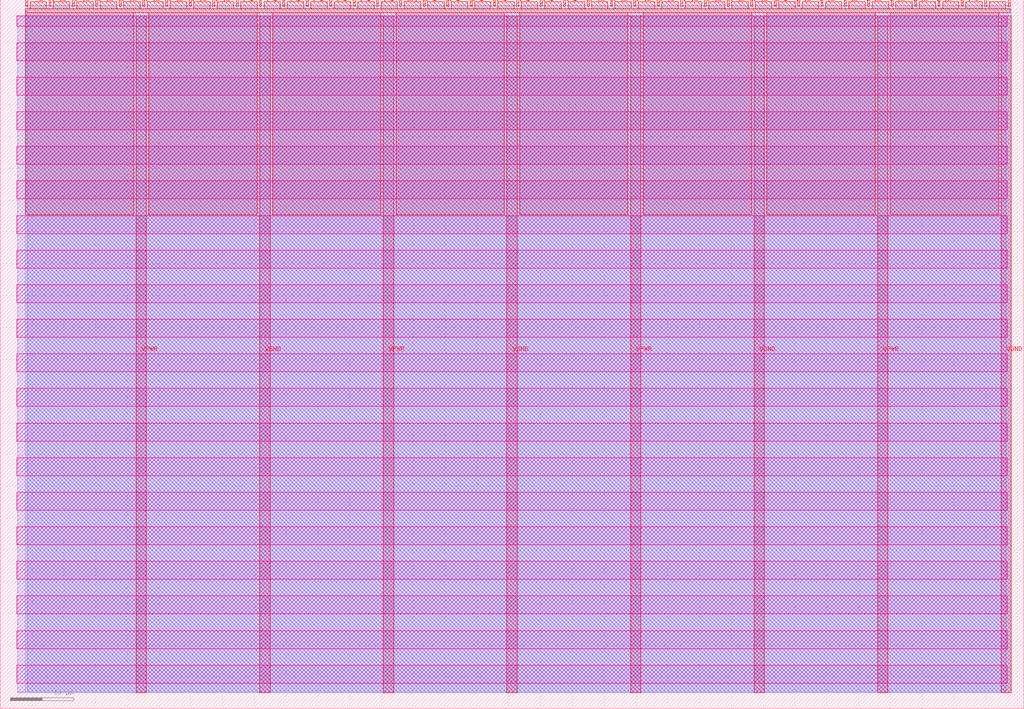
<source format=lef>
VERSION 5.7 ;
  NOWIREEXTENSIONATPIN ON ;
  DIVIDERCHAR "/" ;
  BUSBITCHARS "[]" ;
MACRO tt_um_The_Chairman_send_receive
  CLASS BLOCK ;
  FOREIGN tt_um_The_Chairman_send_receive ;
  ORIGIN 0.000 0.000 ;
  SIZE 161.000 BY 111.520 ;
  PIN VGND
    DIRECTION INOUT ;
    USE GROUND ;
    PORT
      LAYER met4 ;
        RECT 40.830 2.480 42.430 109.040 ;
    END
    PORT
      LAYER met4 ;
        RECT 79.700 2.480 81.300 109.040 ;
    END
    PORT
      LAYER met4 ;
        RECT 118.570 2.480 120.170 109.040 ;
    END
    PORT
      LAYER met4 ;
        RECT 157.440 2.480 159.040 109.040 ;
    END
  END VGND
  PIN VPWR
    DIRECTION INOUT ;
    USE POWER ;
    PORT
      LAYER met4 ;
        RECT 21.395 2.480 22.995 109.040 ;
    END
    PORT
      LAYER met4 ;
        RECT 60.265 2.480 61.865 109.040 ;
    END
    PORT
      LAYER met4 ;
        RECT 99.135 2.480 100.735 109.040 ;
    END
    PORT
      LAYER met4 ;
        RECT 138.005 2.480 139.605 109.040 ;
    END
  END VPWR
  PIN clk
    DIRECTION INPUT ;
    USE SIGNAL ;
    ANTENNAGATEAREA 0.852000 ;
    PORT
      LAYER met4 ;
        RECT 154.870 110.520 155.170 111.520 ;
    END
  END clk
  PIN ena
    DIRECTION INPUT ;
    USE SIGNAL ;
    ANTENNAGATEAREA 0.196500 ;
    PORT
      LAYER met4 ;
        RECT 158.550 110.520 158.850 111.520 ;
    END
  END ena
  PIN rst_n
    DIRECTION INPUT ;
    USE SIGNAL ;
    ANTENNAGATEAREA 0.196500 ;
    PORT
      LAYER met4 ;
        RECT 151.190 110.520 151.490 111.520 ;
    END
  END rst_n
  PIN ui_in[0]
    DIRECTION INPUT ;
    USE SIGNAL ;
    ANTENNAGATEAREA 0.196500 ;
    PORT
      LAYER met4 ;
        RECT 147.510 110.520 147.810 111.520 ;
    END
  END ui_in[0]
  PIN ui_in[1]
    DIRECTION INPUT ;
    USE SIGNAL ;
    ANTENNAGATEAREA 0.196500 ;
    PORT
      LAYER met4 ;
        RECT 143.830 110.520 144.130 111.520 ;
    END
  END ui_in[1]
  PIN ui_in[2]
    DIRECTION INPUT ;
    USE SIGNAL ;
    ANTENNAGATEAREA 0.196500 ;
    PORT
      LAYER met4 ;
        RECT 140.150 110.520 140.450 111.520 ;
    END
  END ui_in[2]
  PIN ui_in[3]
    DIRECTION INPUT ;
    USE SIGNAL ;
    ANTENNAGATEAREA 0.196500 ;
    PORT
      LAYER met4 ;
        RECT 136.470 110.520 136.770 111.520 ;
    END
  END ui_in[3]
  PIN ui_in[4]
    DIRECTION INPUT ;
    USE SIGNAL ;
    ANTENNAGATEAREA 0.196500 ;
    PORT
      LAYER met4 ;
        RECT 132.790 110.520 133.090 111.520 ;
    END
  END ui_in[4]
  PIN ui_in[5]
    DIRECTION INPUT ;
    USE SIGNAL ;
    ANTENNAGATEAREA 0.196500 ;
    PORT
      LAYER met4 ;
        RECT 129.110 110.520 129.410 111.520 ;
    END
  END ui_in[5]
  PIN ui_in[6]
    DIRECTION INPUT ;
    USE SIGNAL ;
    ANTENNAGATEAREA 0.196500 ;
    PORT
      LAYER met4 ;
        RECT 125.430 110.520 125.730 111.520 ;
    END
  END ui_in[6]
  PIN ui_in[7]
    DIRECTION INPUT ;
    USE SIGNAL ;
    ANTENNAGATEAREA 0.196500 ;
    PORT
      LAYER met4 ;
        RECT 121.750 110.520 122.050 111.520 ;
    END
  END ui_in[7]
  PIN uio_in[0]
    DIRECTION INPUT ;
    USE SIGNAL ;
    ANTENNAGATEAREA 0.196500 ;
    PORT
      LAYER met4 ;
        RECT 118.070 110.520 118.370 111.520 ;
    END
  END uio_in[0]
  PIN uio_in[1]
    DIRECTION INPUT ;
    USE SIGNAL ;
    ANTENNAGATEAREA 0.196500 ;
    PORT
      LAYER met4 ;
        RECT 114.390 110.520 114.690 111.520 ;
    END
  END uio_in[1]
  PIN uio_in[2]
    DIRECTION INPUT ;
    USE SIGNAL ;
    ANTENNAGATEAREA 0.196500 ;
    PORT
      LAYER met4 ;
        RECT 110.710 110.520 111.010 111.520 ;
    END
  END uio_in[2]
  PIN uio_in[3]
    DIRECTION INPUT ;
    USE SIGNAL ;
    ANTENNAGATEAREA 0.196500 ;
    PORT
      LAYER met4 ;
        RECT 107.030 110.520 107.330 111.520 ;
    END
  END uio_in[3]
  PIN uio_in[4]
    DIRECTION INPUT ;
    USE SIGNAL ;
    ANTENNAGATEAREA 0.196500 ;
    PORT
      LAYER met4 ;
        RECT 103.350 110.520 103.650 111.520 ;
    END
  END uio_in[4]
  PIN uio_in[5]
    DIRECTION INPUT ;
    USE SIGNAL ;
    ANTENNAGATEAREA 0.196500 ;
    PORT
      LAYER met4 ;
        RECT 99.670 110.520 99.970 111.520 ;
    END
  END uio_in[5]
  PIN uio_in[6]
    DIRECTION INPUT ;
    USE SIGNAL ;
    ANTENNAGATEAREA 0.196500 ;
    PORT
      LAYER met4 ;
        RECT 95.990 110.520 96.290 111.520 ;
    END
  END uio_in[6]
  PIN uio_in[7]
    DIRECTION INPUT ;
    USE SIGNAL ;
    ANTENNAGATEAREA 0.196500 ;
    PORT
      LAYER met4 ;
        RECT 92.310 110.520 92.610 111.520 ;
    END
  END uio_in[7]
  PIN uio_oe[0]
    DIRECTION OUTPUT TRISTATE ;
    USE SIGNAL ;
    PORT
      LAYER met4 ;
        RECT 29.750 110.520 30.050 111.520 ;
    END
  END uio_oe[0]
  PIN uio_oe[1]
    DIRECTION OUTPUT TRISTATE ;
    USE SIGNAL ;
    PORT
      LAYER met4 ;
        RECT 26.070 110.520 26.370 111.520 ;
    END
  END uio_oe[1]
  PIN uio_oe[2]
    DIRECTION OUTPUT TRISTATE ;
    USE SIGNAL ;
    PORT
      LAYER met4 ;
        RECT 22.390 110.520 22.690 111.520 ;
    END
  END uio_oe[2]
  PIN uio_oe[3]
    DIRECTION OUTPUT TRISTATE ;
    USE SIGNAL ;
    PORT
      LAYER met4 ;
        RECT 18.710 110.520 19.010 111.520 ;
    END
  END uio_oe[3]
  PIN uio_oe[4]
    DIRECTION OUTPUT TRISTATE ;
    USE SIGNAL ;
    PORT
      LAYER met4 ;
        RECT 15.030 110.520 15.330 111.520 ;
    END
  END uio_oe[4]
  PIN uio_oe[5]
    DIRECTION OUTPUT TRISTATE ;
    USE SIGNAL ;
    PORT
      LAYER met4 ;
        RECT 11.350 110.520 11.650 111.520 ;
    END
  END uio_oe[5]
  PIN uio_oe[6]
    DIRECTION OUTPUT TRISTATE ;
    USE SIGNAL ;
    PORT
      LAYER met4 ;
        RECT 7.670 110.520 7.970 111.520 ;
    END
  END uio_oe[6]
  PIN uio_oe[7]
    DIRECTION OUTPUT TRISTATE ;
    USE SIGNAL ;
    PORT
      LAYER met4 ;
        RECT 3.990 110.520 4.290 111.520 ;
    END
  END uio_oe[7]
  PIN uio_out[0]
    DIRECTION OUTPUT TRISTATE ;
    USE SIGNAL ;
    PORT
      LAYER met4 ;
        RECT 59.190 110.520 59.490 111.520 ;
    END
  END uio_out[0]
  PIN uio_out[1]
    DIRECTION OUTPUT TRISTATE ;
    USE SIGNAL ;
    PORT
      LAYER met4 ;
        RECT 55.510 110.520 55.810 111.520 ;
    END
  END uio_out[1]
  PIN uio_out[2]
    DIRECTION OUTPUT TRISTATE ;
    USE SIGNAL ;
    PORT
      LAYER met4 ;
        RECT 51.830 110.520 52.130 111.520 ;
    END
  END uio_out[2]
  PIN uio_out[3]
    DIRECTION OUTPUT TRISTATE ;
    USE SIGNAL ;
    PORT
      LAYER met4 ;
        RECT 48.150 110.520 48.450 111.520 ;
    END
  END uio_out[3]
  PIN uio_out[4]
    DIRECTION OUTPUT TRISTATE ;
    USE SIGNAL ;
    PORT
      LAYER met4 ;
        RECT 44.470 110.520 44.770 111.520 ;
    END
  END uio_out[4]
  PIN uio_out[5]
    DIRECTION OUTPUT TRISTATE ;
    USE SIGNAL ;
    PORT
      LAYER met4 ;
        RECT 40.790 110.520 41.090 111.520 ;
    END
  END uio_out[5]
  PIN uio_out[6]
    DIRECTION OUTPUT TRISTATE ;
    USE SIGNAL ;
    PORT
      LAYER met4 ;
        RECT 37.110 110.520 37.410 111.520 ;
    END
  END uio_out[6]
  PIN uio_out[7]
    DIRECTION OUTPUT TRISTATE ;
    USE SIGNAL ;
    PORT
      LAYER met4 ;
        RECT 33.430 110.520 33.730 111.520 ;
    END
  END uio_out[7]
  PIN uo_out[0]
    DIRECTION OUTPUT TRISTATE ;
    USE SIGNAL ;
    ANTENNADIFFAREA 0.795200 ;
    PORT
      LAYER met4 ;
        RECT 88.630 110.520 88.930 111.520 ;
    END
  END uo_out[0]
  PIN uo_out[1]
    DIRECTION OUTPUT TRISTATE ;
    USE SIGNAL ;
    ANTENNADIFFAREA 0.445500 ;
    PORT
      LAYER met4 ;
        RECT 84.950 110.520 85.250 111.520 ;
    END
  END uo_out[1]
  PIN uo_out[2]
    DIRECTION OUTPUT TRISTATE ;
    USE SIGNAL ;
    ANTENNADIFFAREA 0.445500 ;
    PORT
      LAYER met4 ;
        RECT 81.270 110.520 81.570 111.520 ;
    END
  END uo_out[2]
  PIN uo_out[3]
    DIRECTION OUTPUT TRISTATE ;
    USE SIGNAL ;
    ANTENNADIFFAREA 0.445500 ;
    PORT
      LAYER met4 ;
        RECT 77.590 110.520 77.890 111.520 ;
    END
  END uo_out[3]
  PIN uo_out[4]
    DIRECTION OUTPUT TRISTATE ;
    USE SIGNAL ;
    ANTENNADIFFAREA 0.445500 ;
    PORT
      LAYER met4 ;
        RECT 73.910 110.520 74.210 111.520 ;
    END
  END uo_out[4]
  PIN uo_out[5]
    DIRECTION OUTPUT TRISTATE ;
    USE SIGNAL ;
    ANTENNADIFFAREA 0.445500 ;
    PORT
      LAYER met4 ;
        RECT 70.230 110.520 70.530 111.520 ;
    END
  END uo_out[5]
  PIN uo_out[6]
    DIRECTION OUTPUT TRISTATE ;
    USE SIGNAL ;
    ANTENNADIFFAREA 0.445500 ;
    PORT
      LAYER met4 ;
        RECT 66.550 110.520 66.850 111.520 ;
    END
  END uo_out[6]
  PIN uo_out[7]
    DIRECTION OUTPUT TRISTATE ;
    USE SIGNAL ;
    ANTENNADIFFAREA 0.795200 ;
    PORT
      LAYER met4 ;
        RECT 62.870 110.520 63.170 111.520 ;
    END
  END uo_out[7]
  OBS
      LAYER nwell ;
        RECT 2.570 107.385 158.430 108.990 ;
        RECT 2.570 101.945 158.430 104.775 ;
        RECT 2.570 96.505 158.430 99.335 ;
        RECT 2.570 91.065 158.430 93.895 ;
        RECT 2.570 85.625 158.430 88.455 ;
        RECT 2.570 80.185 158.430 83.015 ;
        RECT 2.570 74.745 158.430 77.575 ;
        RECT 2.570 69.305 158.430 72.135 ;
        RECT 2.570 63.865 158.430 66.695 ;
        RECT 2.570 58.425 158.430 61.255 ;
        RECT 2.570 52.985 158.430 55.815 ;
        RECT 2.570 47.545 158.430 50.375 ;
        RECT 2.570 42.105 158.430 44.935 ;
        RECT 2.570 36.665 158.430 39.495 ;
        RECT 2.570 31.225 158.430 34.055 ;
        RECT 2.570 25.785 158.430 28.615 ;
        RECT 2.570 20.345 158.430 23.175 ;
        RECT 2.570 14.905 158.430 17.735 ;
        RECT 2.570 9.465 158.430 12.295 ;
        RECT 2.570 4.025 158.430 6.855 ;
      LAYER li1 ;
        RECT 2.760 2.635 158.240 108.885 ;
      LAYER met1 ;
        RECT 2.760 2.480 159.040 109.040 ;
      LAYER met2 ;
        RECT 4.230 2.535 159.010 110.685 ;
      LAYER met3 ;
        RECT 3.950 2.555 159.030 110.665 ;
      LAYER met4 ;
        RECT 4.690 110.120 7.270 111.170 ;
        RECT 8.370 110.120 10.950 111.170 ;
        RECT 12.050 110.120 14.630 111.170 ;
        RECT 15.730 110.120 18.310 111.170 ;
        RECT 19.410 110.120 21.990 111.170 ;
        RECT 23.090 110.120 25.670 111.170 ;
        RECT 26.770 110.120 29.350 111.170 ;
        RECT 30.450 110.120 33.030 111.170 ;
        RECT 34.130 110.120 36.710 111.170 ;
        RECT 37.810 110.120 40.390 111.170 ;
        RECT 41.490 110.120 44.070 111.170 ;
        RECT 45.170 110.120 47.750 111.170 ;
        RECT 48.850 110.120 51.430 111.170 ;
        RECT 52.530 110.120 55.110 111.170 ;
        RECT 56.210 110.120 58.790 111.170 ;
        RECT 59.890 110.120 62.470 111.170 ;
        RECT 63.570 110.120 66.150 111.170 ;
        RECT 67.250 110.120 69.830 111.170 ;
        RECT 70.930 110.120 73.510 111.170 ;
        RECT 74.610 110.120 77.190 111.170 ;
        RECT 78.290 110.120 80.870 111.170 ;
        RECT 81.970 110.120 84.550 111.170 ;
        RECT 85.650 110.120 88.230 111.170 ;
        RECT 89.330 110.120 91.910 111.170 ;
        RECT 93.010 110.120 95.590 111.170 ;
        RECT 96.690 110.120 99.270 111.170 ;
        RECT 100.370 110.120 102.950 111.170 ;
        RECT 104.050 110.120 106.630 111.170 ;
        RECT 107.730 110.120 110.310 111.170 ;
        RECT 111.410 110.120 113.990 111.170 ;
        RECT 115.090 110.120 117.670 111.170 ;
        RECT 118.770 110.120 121.350 111.170 ;
        RECT 122.450 110.120 125.030 111.170 ;
        RECT 126.130 110.120 128.710 111.170 ;
        RECT 129.810 110.120 132.390 111.170 ;
        RECT 133.490 110.120 136.070 111.170 ;
        RECT 137.170 110.120 139.750 111.170 ;
        RECT 140.850 110.120 143.430 111.170 ;
        RECT 144.530 110.120 147.110 111.170 ;
        RECT 148.210 110.120 150.790 111.170 ;
        RECT 151.890 110.120 154.470 111.170 ;
        RECT 155.570 110.120 158.150 111.170 ;
        RECT 3.975 109.440 158.865 110.120 ;
        RECT 3.975 77.695 20.995 109.440 ;
        RECT 23.395 77.695 40.430 109.440 ;
        RECT 42.830 77.695 59.865 109.440 ;
        RECT 62.265 77.695 79.300 109.440 ;
        RECT 81.700 77.695 98.735 109.440 ;
        RECT 101.135 77.695 118.170 109.440 ;
        RECT 120.570 77.695 137.605 109.440 ;
        RECT 140.005 77.695 157.040 109.440 ;
  END
END tt_um_The_Chairman_send_receive
END LIBRARY


</source>
